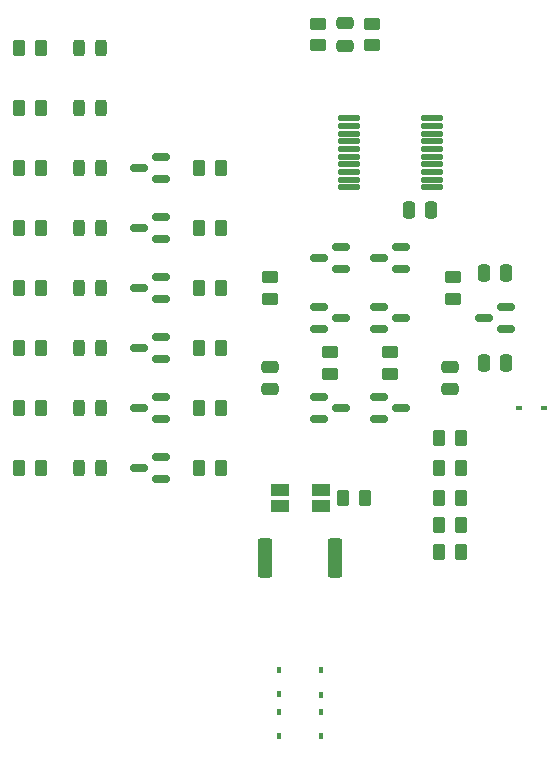
<source format=gtp>
G04 #@! TF.GenerationSoftware,KiCad,Pcbnew,(6.0.1-0)*
G04 #@! TF.CreationDate,2023-09-18T16:52:30-04:00*
G04 #@! TF.ProjectId,Breadboard-1,42726561-6462-46f6-9172-642d312e6b69,rev?*
G04 #@! TF.SameCoordinates,Original*
G04 #@! TF.FileFunction,Paste,Top*
G04 #@! TF.FilePolarity,Positive*
%FSLAX46Y46*%
G04 Gerber Fmt 4.6, Leading zero omitted, Abs format (unit mm)*
G04 Created by KiCad (PCBNEW (6.0.1-0)) date 2023-09-18 16:52:30*
%MOMM*%
%LPD*%
G01*
G04 APERTURE LIST*
G04 Aperture macros list*
%AMRoundRect*
0 Rectangle with rounded corners*
0 $1 Rounding radius*
0 $2 $3 $4 $5 $6 $7 $8 $9 X,Y pos of 4 corners*
0 Add a 4 corners polygon primitive as box body*
4,1,4,$2,$3,$4,$5,$6,$7,$8,$9,$2,$3,0*
0 Add four circle primitives for the rounded corners*
1,1,$1+$1,$2,$3*
1,1,$1+$1,$4,$5*
1,1,$1+$1,$6,$7*
1,1,$1+$1,$8,$9*
0 Add four rect primitives between the rounded corners*
20,1,$1+$1,$2,$3,$4,$5,0*
20,1,$1+$1,$4,$5,$6,$7,0*
20,1,$1+$1,$6,$7,$8,$9,0*
20,1,$1+$1,$8,$9,$2,$3,0*%
G04 Aperture macros list end*
%ADD10R,0.450000X0.600000*%
%ADD11RoundRect,0.250000X0.262500X0.450000X-0.262500X0.450000X-0.262500X-0.450000X0.262500X-0.450000X0*%
%ADD12RoundRect,0.150000X-0.587500X-0.150000X0.587500X-0.150000X0.587500X0.150000X-0.587500X0.150000X0*%
%ADD13RoundRect,0.250000X-0.250000X-0.475000X0.250000X-0.475000X0.250000X0.475000X-0.250000X0.475000X0*%
%ADD14RoundRect,0.150000X0.587500X0.150000X-0.587500X0.150000X-0.587500X-0.150000X0.587500X-0.150000X0*%
%ADD15RoundRect,0.250000X-0.450000X0.262500X-0.450000X-0.262500X0.450000X-0.262500X0.450000X0.262500X0*%
%ADD16RoundRect,0.250000X-0.262500X-0.450000X0.262500X-0.450000X0.262500X0.450000X-0.262500X0.450000X0*%
%ADD17RoundRect,0.243750X0.243750X0.456250X-0.243750X0.456250X-0.243750X-0.456250X0.243750X-0.456250X0*%
%ADD18RoundRect,0.250000X-0.362500X-1.425000X0.362500X-1.425000X0.362500X1.425000X-0.362500X1.425000X0*%
%ADD19R,0.600000X0.450000*%
%ADD20R,1.500000X1.000000*%
%ADD21RoundRect,0.250000X-0.475000X0.250000X-0.475000X-0.250000X0.475000X-0.250000X0.475000X0.250000X0*%
%ADD22RoundRect,0.125000X0.825000X0.125000X-0.825000X0.125000X-0.825000X-0.125000X0.825000X-0.125000X0*%
%ADD23RoundRect,0.250000X0.475000X-0.250000X0.475000X0.250000X-0.475000X0.250000X-0.475000X-0.250000X0*%
%ADD24RoundRect,0.250000X0.450000X-0.262500X0.450000X0.262500X-0.450000X0.262500X-0.450000X-0.262500X0*%
G04 APERTURE END LIST*
D10*
X77978000Y-110651000D03*
X77978000Y-108551000D03*
D11*
X69492500Y-66040000D03*
X67667500Y-66040000D03*
D12*
X77802500Y-77790000D03*
X77802500Y-79690000D03*
X79677500Y-78740000D03*
D13*
X85410000Y-69646800D03*
X87310000Y-69646800D03*
D14*
X64437500Y-82230000D03*
X64437500Y-80330000D03*
X62562500Y-81280000D03*
D12*
X82882500Y-77790000D03*
X82882500Y-79690000D03*
X84757500Y-78740000D03*
D15*
X82296000Y-53848000D03*
X82296000Y-55673000D03*
D16*
X52427500Y-71120000D03*
X54252500Y-71120000D03*
D15*
X78740000Y-81637500D03*
X78740000Y-83462500D03*
D16*
X87987500Y-91440000D03*
X89812500Y-91440000D03*
X52427500Y-55880000D03*
X54252500Y-55880000D03*
D11*
X69492500Y-81280000D03*
X67667500Y-81280000D03*
D17*
X59357500Y-66040000D03*
X57482500Y-66040000D03*
D13*
X91760000Y-74930000D03*
X93660000Y-74930000D03*
D18*
X73237500Y-99060000D03*
X79162500Y-99060000D03*
D19*
X94708000Y-86360000D03*
X96808000Y-86360000D03*
D14*
X64437500Y-66990000D03*
X64437500Y-65090000D03*
X62562500Y-66040000D03*
X93647500Y-79690000D03*
X93647500Y-77790000D03*
X91772500Y-78740000D03*
D11*
X89812500Y-96266000D03*
X87987500Y-96266000D03*
X69492500Y-71120000D03*
X67667500Y-71120000D03*
X69492500Y-86360000D03*
X67667500Y-86360000D03*
D10*
X74422000Y-110617000D03*
X74422000Y-108517000D03*
D16*
X52427500Y-91440000D03*
X54252500Y-91440000D03*
D20*
X74450000Y-93280000D03*
X74450000Y-94680000D03*
X77950000Y-94680000D03*
X77950000Y-93280000D03*
D21*
X80010000Y-53810500D03*
X80010000Y-55710500D03*
D16*
X52427500Y-76200000D03*
X54252500Y-76200000D03*
D10*
X74422000Y-114173000D03*
X74422000Y-112073000D03*
D17*
X59357500Y-91440000D03*
X57482500Y-91440000D03*
D12*
X82882500Y-85410000D03*
X82882500Y-87310000D03*
X84757500Y-86360000D03*
D16*
X52427500Y-86360000D03*
X54252500Y-86360000D03*
D22*
X87320000Y-67695000D03*
X87320000Y-67045000D03*
X87320000Y-66395000D03*
X87320000Y-65745000D03*
X87320000Y-65095000D03*
X87320000Y-64445000D03*
X87320000Y-63795000D03*
X87320000Y-63145000D03*
X87320000Y-62495000D03*
X87320000Y-61845000D03*
X80320000Y-61845000D03*
X80320000Y-62495000D03*
X80320000Y-63145000D03*
X80320000Y-63795000D03*
X80320000Y-64445000D03*
X80320000Y-65095000D03*
X80320000Y-65745000D03*
X80320000Y-66395000D03*
X80320000Y-67045000D03*
X80320000Y-67695000D03*
D17*
X59357500Y-81280000D03*
X57482500Y-81280000D03*
D14*
X64437500Y-77150000D03*
X64437500Y-75250000D03*
X62562500Y-76200000D03*
D11*
X69492500Y-76200000D03*
X67667500Y-76200000D03*
D16*
X52427500Y-81280000D03*
X54252500Y-81280000D03*
D14*
X79677500Y-74610000D03*
X79677500Y-72710000D03*
X77802500Y-73660000D03*
D15*
X77724000Y-53848000D03*
X77724000Y-55673000D03*
D17*
X59357500Y-71120000D03*
X57482500Y-71120000D03*
D13*
X91760000Y-82550000D03*
X93660000Y-82550000D03*
D17*
X59357500Y-86360000D03*
X57482500Y-86360000D03*
D16*
X79859500Y-93980000D03*
X81684500Y-93980000D03*
D14*
X64437500Y-92390000D03*
X64437500Y-90490000D03*
X62562500Y-91440000D03*
D23*
X88900000Y-84770000D03*
X88900000Y-82870000D03*
D17*
X59357500Y-55880000D03*
X57482500Y-55880000D03*
D16*
X52427500Y-66040000D03*
X54252500Y-66040000D03*
D15*
X89154000Y-75287500D03*
X89154000Y-77112500D03*
D11*
X89812500Y-88900000D03*
X87987500Y-88900000D03*
D16*
X87987500Y-98552000D03*
X89812500Y-98552000D03*
D23*
X73660000Y-84770000D03*
X73660000Y-82870000D03*
D14*
X64437500Y-87310000D03*
X64437500Y-85410000D03*
X62562500Y-86360000D03*
D10*
X77978000Y-114173000D03*
X77978000Y-112073000D03*
D24*
X83820000Y-83462500D03*
X83820000Y-81637500D03*
D17*
X59357500Y-60960000D03*
X57482500Y-60960000D03*
D12*
X77802500Y-85410000D03*
X77802500Y-87310000D03*
X79677500Y-86360000D03*
D16*
X52427500Y-60960000D03*
X54252500Y-60960000D03*
D11*
X89812500Y-93980000D03*
X87987500Y-93980000D03*
X69492500Y-91440000D03*
X67667500Y-91440000D03*
D15*
X73660000Y-75287500D03*
X73660000Y-77112500D03*
D14*
X64437500Y-72070000D03*
X64437500Y-70170000D03*
X62562500Y-71120000D03*
D17*
X59357500Y-76200000D03*
X57482500Y-76200000D03*
D14*
X84757500Y-74610000D03*
X84757500Y-72710000D03*
X82882500Y-73660000D03*
M02*

</source>
